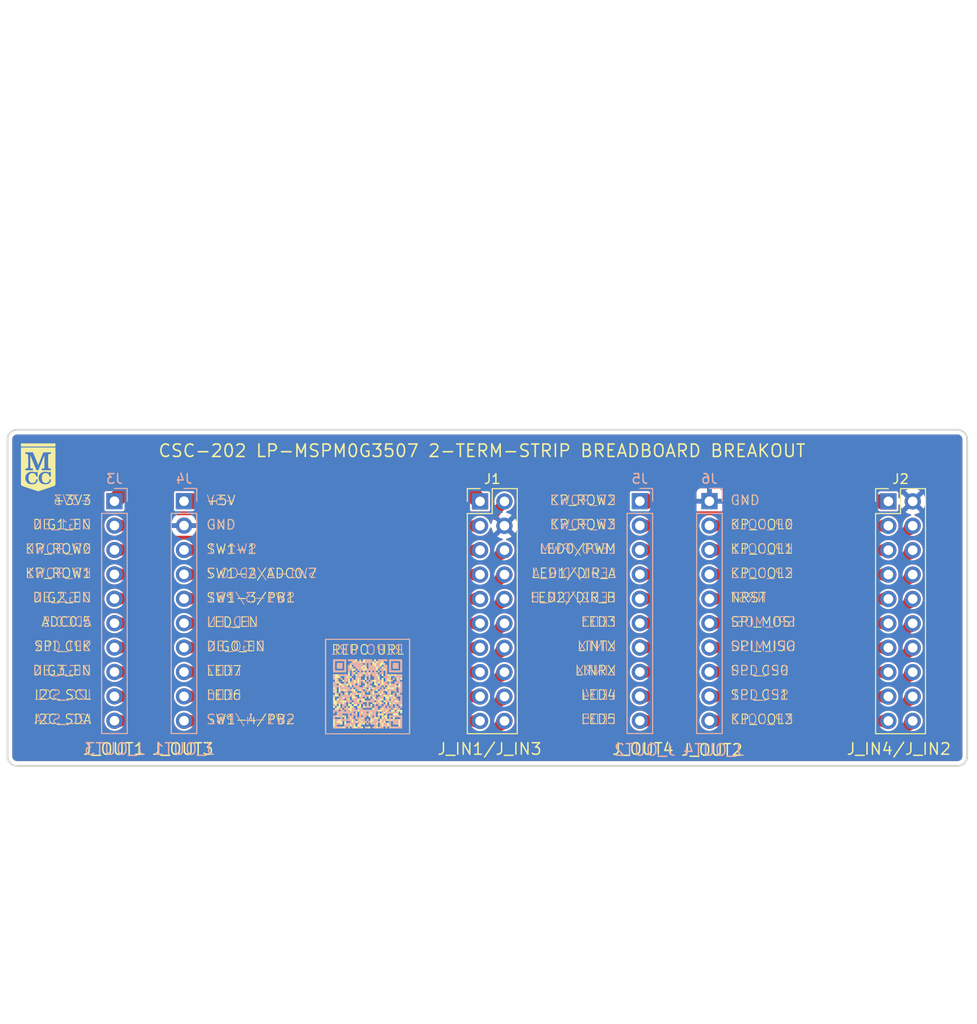
<source format=kicad_pcb>
(kicad_pcb (version 20241229) (generator "pcbnew") (generator_version "9.0")
  (layers (0 "F.Cu" signal) (2 "B.Cu" signal) (13 "F.Paste" user) (15 "B.Paste" user) (5 "F.SilkS" user "F.Silkscreen") (7 "B.SilkS" user "B.Silkscreen") (1 "F.Mask" user) (3 "B.Mask" user) (25 "Edge.Cuts" user))
  (net 0 "")
  (net 1 "/ADC0.5")
  (net 2 "/DIG1_EN")
  (net 3 "/I2C_SDA")
  (net 4 "/DIG2_EN")
  (net 5 "/DIG3_EN")
  (net 6 "/KP_ROW1")
  (net 7 "+3V3")
  (net 8 "/KP_ROW0")
  (net 9 "/I2C_SCL")
  (net 10 "/SPI_CLK")
  (net 11 "/KP_COL3")
  (net 12 "/SPI_CS1")
  (net 13 "/KP_COL1")
  (net 14 "/KP_COL0")
  (net 15 "GND")
  (net 16 "/SPI_MOSI")
  (net 17 "/KP_COL2")
  (net 18 "/SPI_MISO")
  (net 19 "/SPI_CS0")
  (net 20 "/NRST")
  (net 21 "/SW1-3{slash}PB1")
  (net 22 "/LED_EN")
  (net 23 "/LED7")
  (net 24 "+5V")
  (net 25 "/DIG0_EN")
  (net 26 "/SW1-4{slash}PB2")
  (net 27 "/SW1-2{slash}ADC0.7")
  (net 28 "/SW1-1")
  (net 29 "/LED6")
  (net 30 "/LED5")
  (net 31 "/KP_ROW3")
  (net 32 "/LED0{slash}PWM")
  (net 33 "/KP_ROW2")
  (net 34 "/LED2{slash}DIR_B")
  (net 35 "/LED4")
  (net 36 "/LINTX")
  (net 37 "/LED1{slash}DIR_A")
  (net 38 "/LED3")
  (net 39 "/LINRX")
  (footprint "01-Shared_Project_Footprints:Makers-Mark_Eli_Bell" (layer "F.Cu") (at 186.296827 82.36)
    (property "Reference" "LOGO2" (hide yes))
    (property "Value" "Logo" (hide yes))
    (fp_line (start -0.775 0) (end -0.775 0.2) (stroke (width 0.2)) (layer "F.Cu"))
    (fp_line (start 0.775 0.2) (end 0.775 0) (stroke (width 0.2)) (layer "F.Cu"))
    (fp_arc (start -0.775 0) (mid 0 -0.775) (end 0.775 0) (stroke (width 0.2)) (layer "F.Cu"))
    (fp_arc (start -0.775 0.2) (mid -0.833323 0.439333) (end -0.995216 0.625) (stroke (width 0.2)) (layer "F.Cu"))
    (fp_arc (start -0.103078 -0.875) (mid 0 -0.978078) (end 0.103078 -0.875) (stroke (width 0.2)) (layer "F.Cu"))
    (fp_arc (start 0.103078 0.996922) (mid 0 1.1) (end -0.103078 0.996922) (stroke (width 0.2)) (layer "F.Cu"))
    (fp_arc (start 0.995216 0.625) (mid 0.833323 0.439333) (end 0.775 0.2) (stroke (width 0.2)) (layer "F.Cu"))
    (fp_curve (pts (xy -0.995216 0.625) (xy -0.995216 0.875) (xy 0 0.9) (xy 0 0.9)) (stroke (width 0.2)) (layer "F.Cu"))
    (fp_curve (pts (xy 0.995216 0.625) (xy 0.995216 0.875) (xy 0 0.9) (xy 0 0.9)) (stroke (width 0.2)) (layer "F.Cu"))
    (fp_text user "e" (at -0.525 0.8 0) (layer "F.Cu") (effects (font (size 1.35 1.35) (thickness 0.1)) (justify left bottom)))
    (zone (net 0) (net_name "") (layer "F.Cu") (connect_pads (clearance 0)) (min_thickness 0.25)
      (keepout (tracks allowed) (vias allowed) (pads allowed) (copperpour not_allowed) (footprints allowed))
      (fill (thermal_gap 0.5) (thermal_bridge_width 0.5))
      (polygon (pts (xy 186.193749 83.704311) (xy 186.193787 83.727829) (xy 186.214196 83.770207) (xy 186.25097 83.799534) (xy 186.296827 83.81) (xy 186.342684 83.799534) (xy 186.379458 83.770207) (xy 186.399867 83.727829) (xy 186.399905 83.704311)))
    )
    (zone (net 0) (net_name "") (layer "F.Cu") (connect_pads (clearance 0)) (min_thickness 0.25)
      (keepout (tracks allowed) (vias allowed) (pads allowed) (copperpour not_allowed) (footprints allowed))
      (fill (thermal_gap 0.5) (thermal_bridge_width 0.5))
      (polygon (pts (xy 185.301611 83.332389) (xy 187.292043 83.332389) (xy 187.273134 83.389361) (xy 187.212978 83.442981) (xy 187.092271 83.497071) (xy 186.885782 83.548336) (xy 186.584968 83.588902) (xy 186.296827 83.607389) (xy 186.008686 83.588902) (xy 185.707872 83.548336) (xy 185.501383 83.497071) (xy 185.380676 83.442981) (xy 185.32052 83.389361)))
    )
  )
  (footprint "01-Shared_Project_Footprints:PinHeader_2x10_P2.54mm_Vertical_J2-J4" (layer "F.Cu") (at 180.926827 87.451)
    (property "Reference" "J2" (at 1.27 -2.33 0) (layer "F.SilkS"))
    (property "Value" "J_IN4/J_IN2")
    (pad "11" thru_hole oval (at 2.54 22.86) (size 1.7 1.7) (drill 1) (layers "*.Cu" "*.Mask") (net 11 "/KP_COL3"))
    (pad "12" thru_hole oval (at 2.54 20.32) (size 1.7 1.7) (drill 1) (layers "*.Cu" "*.Mask") (net 12 "/SPI_CS1"))
    (pad "13" thru_hole oval (at 2.54 17.78) (size 1.7 1.7) (drill 1) (layers "*.Cu" "*.Mask") (net 19 "/SPI_CS0"))
    (pad "14" thru_hole oval (at 2.54 15.24) (size 1.7 1.7) (drill 1) (layers "*.Cu" "*.Mask") (net 18 "/SPI_MISO"))
    (pad "15" thru_hole oval (at 2.54 12.7) (size 1.7 1.7) (drill 1) (layers "*.Cu" "*.Mask") (net 16 "/SPI_MOSI"))
    (pad "16" thru_hole oval (at 2.54 10.16) (size 1.7 1.7) (drill 1) (layers "*.Cu" "*.Mask") (net 20 "/NRST"))
    (pad "17" thru_hole oval (at 2.54 7.62) (size 1.7 1.7) (drill 1) (layers "*.Cu" "*.Mask") (net 17 "/KP_COL2"))
    (pad "18" thru_hole oval (at 2.54 5.08) (size 1.7 1.7) (drill 1) (layers "*.Cu" "*.Mask") (net 13 "/KP_COL1"))
    (pad "19" thru_hole oval (at 2.54 2.54) (size 1.7 1.7) (drill 1) (layers "*.Cu" "*.Mask") (net 14 "/KP_COL0"))
    (pad "20" thru_hole oval (at 2.54 0) (size 1.7 1.7) (drill 1) (layers "*.Cu" "*.Mask") (net 15 "GND"))
    (pad "31" thru_hole oval (at 0 22.86) (size 1.7 1.7) (drill 1) (layers "*.Cu" "*.Mask") (net 30 "/LED5"))
    (pad "32" thru_hole oval (at 0 20.32) (size 1.7 1.7) (drill 1) (layers "*.Cu" "*.Mask") (net 35 "/LED4"))
    (pad "33" thru_hole oval (at 0 17.78) (size 1.7 1.7) (drill 1) (layers "*.Cu" "*.Mask") (net 39 "/LINRX"))
    (pad "34" thru_hole oval (at 0 15.24) (size 1.7 1.7) (drill 1) (layers "*.Cu" "*.Mask") (net 36 "/LINTX"))
    (pad "35" thru_hole oval (at 0 12.7) (size 1.7 1.7) (drill 1) (layers "*.Cu" "*.Mask") (net 38 "/LED3"))
    (pad "36" thru_hole oval (at 0 10.16) (size 1.7 1.7) (drill 1) (layers "*.Cu" "*.Mask") (net 34 "/LED2{slash}DIR_B"))
    (pad "37" thru_hole oval (at 0 7.62) (size 1.7 1.7) (drill 1) (layers "*.Cu" "*.Mask") (net 37 "/LED1{slash}DIR_A"))
    (pad "38" thru_hole oval (at 0 5.08) (size 1.7 1.7) (drill 1) (layers "*.Cu" "*.Mask") (net 32 "/LED0{slash}PWM"))
    (pad "39" thru_hole oval (at 0 2.54) (size 1.7 1.7) (drill 1) (layers "*.Cu" "*.Mask") (net 31 "/KP_ROW3"))
    (pad "40" thru_hole rect (at 0 0) (size 1.7 1.7) (drill 1) (layers "*.Cu" "*.Mask") (net 33 "/KP_ROW2"))
  )
  (footprint "01-Shared_Project_Footprints:MCC-Logo" (layer "F.Cu") (at 92.34 83.91)
    (property "Reference" "LOGO1")
    (property "Value" "LOGO" (hide yes))
  )
  (footprint "01-Shared_Project_Footprints:Repo_URL_QR" (layer "F.Cu") (at 126.666827 107.49)
    (property "Reference" "G1")
    (property "Value" "LOGO" (hide yes))
  )
  (footprint "01-Shared_Project_Footprints:PinHeader_2x10_P2.54mm_Vertical_J1-J3" (layer "F.Cu") (at 138.382827 87.451)
    (property "Reference" "J1" (at 1.27 -2.33 0) (layer "F.SilkS"))
    (property "Value" "J_IN1/J_IN3")
    (pad "1" thru_hole rect (at 0 0) (size 1.7 1.7) (drill 1) (layers "*.Cu" "*.Mask") (net 7 "+3V3"))
    (pad "2" thru_hole oval (at 0 2.54) (size 1.7 1.7) (drill 1) (layers "*.Cu" "*.Mask") (net 2 "/DIG1_EN"))
    (pad "3" thru_hole oval (at 0 5.08) (size 1.7 1.7) (drill 1) (layers "*.Cu" "*.Mask") (net 8 "/KP_ROW0"))
    (pad "4" thru_hole oval (at 0 7.62) (size 1.7 1.7) (drill 1) (layers "*.Cu" "*.Mask") (net 6 "/KP_ROW1"))
    (pad "5" thru_hole oval (at 0 10.16) (size 1.7 1.7) (drill 1) (layers "*.Cu" "*.Mask") (net 4 "/DIG2_EN"))
    (pad "6" thru_hole oval (at 0 12.7) (size 1.7 1.7) (drill 1) (layers "*.Cu" "*.Mask") (net 1 "/ADC0.5"))
    (pad "7" thru_hole oval (at 0 15.24) (size 1.7 1.7) (drill 1) (layers "*.Cu" "*.Mask") (net 10 "/SPI_CLK"))
    (pad "8" thru_hole oval (at 0 17.78) (size 1.7 1.7) (drill 1) (layers "*.Cu" "*.Mask") (net 5 "/DIG3_EN"))
    (pad "9" thru_hole oval (at 0 20.32) (size 1.7 1.7) (drill 1) (layers "*.Cu" "*.Mask") (net 9 "/I2C_SCL"))
    (pad "10" thru_hole oval (at 0 22.86) (size 1.7 1.7) (drill 1) (layers "*.Cu" "*.Mask") (net 3 "/I2C_SDA"))
    (pad "21" thru_hole oval (at 2.54 0) (size 1.7 1.7) (drill 1) (layers "*.Cu" "*.Mask") (net 24 "+5V"))
    (pad "22" thru_hole oval (at 2.54 2.54) (size 1.7 1.7) (drill 1) (layers "*.Cu" "*.Mask") (net 15 "GND"))
    (pad "23" thru_hole oval (at 2.54 5.08) (size 1.7 1.7) (drill 1) (layers "*.Cu" "*.Mask") (net 28 "/SW1-1"))
    (pad "24" thru_hole oval (at 2.54 7.62) (size 1.7 1.7) (drill 1) (layers "*.Cu" "*.Mask") (net 27 "/SW1-2{slash}ADC0.7"))
    (pad "25" thru_hole oval (at 2.54 10.16) (size 1.7 1.7) (drill 1) (layers "*.Cu" "*.Mask") (net 21 "/SW1-3{slash}PB1"))
    (pad "26" thru_hole oval (at 2.54 12.7) (size 1.7 1.7) (drill 1) (layers "*.Cu" "*.Mask") (net 22 "/LED_EN"))
    (pad "27" thru_hole oval (at 2.54 15.24) (size 1.7 1.7) (drill 1) (layers "*.Cu" "*.Mask") (net 25 "/DIG0_EN"))
    (pad "28" thru_hole oval (at 2.54 17.78) (size 1.7 1.7) (drill 1) (layers "*.Cu" "*.Mask") (net 23 "/LED7"))
    (pad "29" thru_hole oval (at 2.54 20.32) (size 1.7 1.7) (drill 1) (layers "*.Cu" "*.Mask") (net 29 "/LED6"))
    (pad "30" thru_hole oval (at 2.54 22.86) (size 1.7 1.7) (drill 1) (layers "*.Cu" "*.Mask") (net 26 "/SW1-4{slash}PB2"))
  )
  (footprint "01-Shared_Project_Footprints:Repo_URL_QR" (layer "B.Cu") (at 126.666828 107.49 180)
    (property "Reference" "G2")
    (property "Value" "LOGO" (hide yes))
  )
  (footprint "Connector_PinHeader_2.54mm:PinHeader_1x10_P2.54mm_Vertical" (layer "B.Cu") (at 107.533296 87.431 180)
    (property "Reference" "J4" (at 0 2.33 0) (layer "B.SilkS") (effects (justify mirror)))
    (property "Value" "J_OUT3")
    (pad "1" thru_hole rect (at 0 0 180) (size 1.7 1.7) (drill 1) (layers "*.Cu" "*.Mask") (net 24 "+5V"))
    (pad "2" thru_hole oval (at 0 -2.54 180) (size 1.7 1.7) (drill 1) (layers "*.Cu" "*.Mask") (net 15 "GND"))
    (pad "3" thru_hole oval (at 0 -5.08 180) (size 1.7 1.7) (drill 1) (layers "*.Cu" "*.Mask") (net 28 "/SW1-1"))
    (pad "4" thru_hole oval (at 0 -7.62 180) (size 1.7 1.7) (drill 1) (layers "*.Cu" "*.Mask") (net 27 "/SW1-2{slash}ADC0.7"))
    (pad "5" thru_hole oval (at 0 -10.16 180) (size 1.7 1.7) (drill 1) (layers "*.Cu" "*.Mask") (net 21 "/SW1-3{slash}PB1"))
    (pad "6" thru_hole oval (at 0 -12.7 180) (size 1.7 1.7) (drill 1) (layers "*.Cu" "*.Mask") (net 22 "/LED_EN"))
    (pad "7" thru_hole oval (at 0 -15.24 180) (size 1.7 1.7) (drill 1) (layers "*.Cu" "*.Mask") (net 25 "/DIG0_EN"))
    (pad "8" thru_hole oval (at 0 -17.78 180) (size 1.7 1.7) (drill 1) (layers "*.Cu" "*.Mask") (net 23 "/LED7"))
    (pad "9" thru_hole oval (at 0 -20.32 180) (size 1.7 1.7) (drill 1) (layers "*.Cu" "*.Mask") (net 29 "/LED6"))
    (pad "10" thru_hole oval (at 0 -22.86 180) (size 1.7 1.7) (drill 1) (layers "*.Cu" "*.Mask") (net 26 "/SW1-4{slash}PB2"))
  )
  (footprint "Connector_PinHeader_2.54mm:PinHeader_1x10_P2.54mm_Vertical" (layer "B.Cu") (at 162.282296 87.431 180)
    (property "Reference" "J6" (at 0 2.33 0) (layer "B.SilkS") (effects (justify mirror)))
    (property "Value" "J_OUT2")
    (pad "1" thru_hole rect (at 0 0 180) (size 1.7 1.7) (drill 1) (layers "*.Cu" "*.Mask") (net 15 "GND"))
    (pad "2" thru_hole oval (at 0 -2.54 180) (size 1.7 1.7) (drill 1) (layers "*.Cu" "*.Mask") (net 14 "/KP_COL0"))
    (pad "3" thru_hole oval (at 0 -5.08 180) (size 1.7 1.7) (drill 1) (layers "*.Cu" "*.Mask") (net 13 "/KP_COL1"))
    (pad "4" thru_hole oval (at 0 -7.62 180) (size 1.7 1.7) (drill 1) (layers "*.Cu" "*.Mask") (net 17 "/KP_COL2"))
    (pad "5" thru_hole oval (at 0 -10.16 180) (size 1.7 1.7) (drill 1) (layers "*.Cu" "*.Mask") (net 20 "/NRST"))
    (pad "6" thru_hole oval (at 0 -12.7 180) (size 1.7 1.7) (drill 1) (layers "*.Cu" "*.Mask") (net 16 "/SPI_MOSI"))
    (pad "7" thru_hole oval (at 0 -15.24 180) (size 1.7 1.7) (drill 1) (layers "*.Cu" "*.Mask") (net 18 "/SPI_MISO"))
    (pad "8" thru_hole oval (at 0 -17.78 180) (size 1.7 1.7) (drill 1) (layers "*.Cu" "*.Mask") (net 19 "/SPI_CS0"))
    (pad "9" thru_hole oval (at 0 -20.32 180) (size 1.7 1.7) (drill 1) (layers "*.Cu" "*.Mask") (net 12 "/SPI_CS1"))
    (pad "10" thru_hole oval (at 0 -22.86 180) (size 1.7 1.7) (drill 1) (layers "*.Cu" "*.Mask") (net 11 "/KP_COL3"))
  )
  (footprint "Connector_PinHeader_2.54mm:PinHeader_1x10_P2.54mm_Vertical" (layer "B.Cu") (at 100.283296 87.431 180)
    (property "Reference" "J3" (at 0 2.33 0) (layer "B.SilkS") (effects (justify mirror)))
    (property "Value" "J_OUT1")
    (pad "1" thru_hole rect (at 0 0 180) (size 1.7 1.7) (drill 1) (layers "*.Cu" "*.Mask") (net 7 "+3V3"))
    (pad "2" thru_hole oval (at 0 -2.54 180) (size 1.7 1.7) (drill 1) (layers "*.Cu" "*.Mask") (net 2 "/DIG1_EN"))
    (pad "3" thru_hole oval (at 0 -5.08 180) (size 1.7 1.7) (drill 1) (layers "*.Cu" "*.Mask") (net 8 "/KP_ROW0"))
    (pad "4" thru_hole oval (at 0 -7.62 180) (size 1.7 1.7) (drill 1) (layers "*.Cu" "*.Mask") (net 6 "/KP_ROW1"))
    (pad "5" thru_hole oval (at 0 -10.16 180) (size 1.7 1.7) (drill 1) (layers "*.Cu" "*.Mask") (net 4 "/DIG2_EN"))
    (pad "6" thru_hole oval (at 0 -12.7 180) (size 1.7 1.7) (drill 1) (layers "*.Cu" "*.Mask") (net 1 "/ADC0.5"))
    (pad "7" thru_hole oval (at 0 -15.24 180) (size 1.7 1.7) (drill 1) (layers "*.Cu" "*.Mask") (net 10 "/SPI_CLK"))
    (pad "8" thru_hole oval (at 0 -17.78 180) (size 1.7 1.7) (drill 1) (layers "*.Cu" "*.Mask") (net 5 "/DIG3_EN"))
    (pad "9" thru_hole oval (at 0 -20.32 180) (size 1.7 1.7) (drill 1) (layers "*.Cu" "*.Mask") (net 9 "/I2C_SCL"))
    (pad "10" thru_hole oval (at 0 -22.86 180) (size 1.7 1.7) (drill 1) (layers "*.Cu" "*.Mask") (net 3 "/I2C_SDA"))
  )
  (footprint "Connector_PinHeader_2.54mm:PinHeader_1x10_P2.54mm_Vertical" (layer "B.Cu") (at 155.032296 87.431 180)
    (property "Reference" "J5" (at 0 2.33 0) (layer "B.SilkS") (effects (justify mirror)))
    (property "Value" "J_OUT4")
    (pad "1" thru_hole rect (at 0 0 180) (size 1.7 1.7) (drill 1) (layers "*.Cu" "*.Mask") (net 33 "/KP_ROW2"))
    (pad "2" thru_hole oval (at 0 -2.54 180) (size 1.7 1.7) (drill 1) (layers "*.Cu" "*.Mask") (net 31 "/KP_ROW3"))
    (pad "3" thru_hole oval (at 0 -5.08 180) (size 1.7 1.7) (drill 1) (layers "*.Cu" "*.Mask") (net 32 "/LED0{slash}PWM"))
    (pad "4" thru_hole oval (at 0 -7.62 180) (size 1.7 1.7) (drill 1) (layers "*.Cu" "*.Mask") (net 37 "/LED1{slash}DIR_A"))
    (pad "5" thru_hole oval (at 0 -10.16 180) (size 1.7 1.7) (drill 1) (layers "*.Cu" "*.Mask") (net 34 "/LED2{slash}DIR_B"))
    (pad "6" thru_hole oval (at 0 -12.7 180) (size 1.7 1.7) (drill 1) (layers "*.Cu" "*.Mask") (net 38 "/LED3"))
    (pad "7" thru_hole oval (at 0 -15.24 180) (size 1.7 1.7) (drill 1) (layers "*.Cu" "*.Mask") (net 36 "/LINTX"))
    (pad "8" thru_hole oval (at 0 -17.78 180) (size 1.7 1.7) (drill 1) (layers "*.Cu" "*.Mask") (net 39 "/LINRX"))
    (pad "9" thru_hole oval (at 0 -20.32 180) (size 1.7 1.7) (drill 1) (layers "*.Cu" "*.Mask") (net 35 "/LED4"))
    (pad "10" thru_hole oval (at 0 -22.86 180) (size 1.7 1.7) (drill 1) (layers "*.Cu" "*.Mask") (net 30 "/LED5"))
  )
  (gr_line (start 140.915754 87.489798) (end 139.855754 88.769798) (stroke (width 1)) (layer "F.Cu") (net 24))
  (gr_rect (start 122.291686 101.81) (end 131.041969 111.650283) (stroke (width 0.1)) (fill no) (layer "F.SilkS"))
  (gr_rect (start 122.291686 101.81) (end 131.041969 111.650283) (stroke (width 0.1)) (fill no) (layer "B.SilkS"))
  (gr_line (start 189.14 80.99) (end 189.14 113.99) (stroke (width 0.2)) (layer "Edge.Cuts"))
  (gr_line (start 89.14 113.99) (end 89.14 80.99) (stroke (width 0.2)) (layer "Edge.Cuts"))
  (gr_arc (start 89.14 80.99) (mid 89.432893 80.282893) (end 90.14 79.99) (stroke (width 0.2)) (layer "Edge.Cuts"))
  (gr_arc (start 90.14 114.99) (mid 89.432893 114.697107) (end 89.14 113.99) (stroke (width 0.2)) (layer "Edge.Cuts"))
  (gr_arc (start 189.14 113.99) (mid 188.847107 114.697107) (end 188.14 114.99) (stroke (width 0.2)) (layer "Edge.Cuts"))
  (gr_line (start 90.14 79.99) (end 188.14 79.99) (stroke (width 0.2)) (layer "Edge.Cuts"))
  (gr_arc (start 188.14 79.99) (mid 188.847107 80.282893) (end 189.14 80.99) (stroke (width 0.2)) (layer "Edge.Cuts"))
  (gr_line (start 188.14 114.99) (end 90.14 114.99) (stroke (width 0.2)) (layer "Edge.Cuts"))
  (gr_text "GND" (at 164.397865 87.907644 0) (layer "F.SilkS") (effects (font (size 1 1) (thickness 0.1)) (justify left bottom)))
  (gr_text "SW1-4/PB2" (at 109.793396 110.742244 0) (layer "F.SilkS") (effects (font (size 1 1) (thickness 0.1)) (justify left bottom)))
  (gr_text "GND" (at 109.793396 90.4674 0) (layer "F.SilkS") (effects (font (size 1 1) (thickness 0.1)) (justify left bottom)))
  (gr_text "I2C_SDA" (at 97.956996 110.716844 0) (layer "F.SilkS") (effects (font (size 1 1) (thickness 0.1)) (justify right bottom)))
  (gr_text "LED_EN" (at 109.793396 100.604822 0) (layer "F.SilkS") (effects (font (size 1 1) (thickness 0.1)) (justify left bottom)))
  (gr_text "LED6" (at 109.793396 108.207888 0) (layer "F.SilkS") (effects (font (size 1 1) (thickness 0.1)) (justify left bottom)))
  (gr_text "LED1/DIR_A" (at 152.612265 95.510711 0) (layer "F.SilkS") (effects (font (size 1 1) (thickness 0.1)) (justify right bottom)))
  (gr_text "J_OUT1" (at 100.217596 113.23 0) (layer "F.SilkS") (effects (font (size 1.2 1.2))))
  (gr_text "SPI_MISO" (at 164.397865 103.113777 0) (layer "F.SilkS") (effects (font (size 1 1) (thickness 0.1)) (justify left bottom)))
  (gr_text "KP_COL2" (at 164.397865 95.510711 0) (layer "F.SilkS") (effects (font (size 1 1) (thickness 0.1)) (justify left bottom)))
  (gr_text "J_IN1/J_IN3" (at 139.370227 113.23 0) (layer "F.SilkS") (effects (font (size 1.2 1.2))))
  (gr_text "REPO URL" (at 122.831113 103.49 0) (layer "F.SilkS") (effects (font (size 1 1) (thickness 0.1)) (justify left bottom)))
  (gr_text "SPI_CS0" (at 164.397865 105.648133 0) (layer "F.SilkS") (effects (font (size 1 1) (thickness 0.1)) (justify left bottom)))
  (gr_text "CSC-202 LP-MSPM0G3507 2-TERM-STRIP BREADBOARD BREAKOUT" (at 138.586827 82.939798 0) (layer "F.SilkS") (effects (font (size 1.3 1.3) (thickness 0.1625)) (justify bottom)))
  (gr_text "KP_ROW1" (at 97.956996 95.510711 0) (layer "F.SilkS") (effects (font (size 1 1) (thickness 0.1)) (justify right bottom)))
  (gr_text "DIG2_EN" (at 97.956996 98.045066 0) (layer "F.SilkS") (effects (font (size 1 1) (thickness 0.1)) (justify right bottom)))
  (gr_text "LED0/PWM" (at 152.612265 92.976355 0) (layer "F.SilkS") (effects (font (size 1 1) (thickness 0.1)) (justify right bottom)))
  (gr_text "SPI_CLK" (at 97.956996 103.113777 0) (layer "F.SilkS") (effects (font (size 1 1) (thickness 0.1)) (justify right bottom)))
  (gr_text "LED2/DIR_B" (at 152.612265 98.045066 0) (layer "F.SilkS") (effects (font (size 1 1) (thickness 0.1)) (justify right bottom)))
  (gr_text "SW1-3/PB1" (at 109.793396 98.070466 0) (layer "F.SilkS") (effects (font (size 1 1) (thickness 0.1)) (justify left bottom)))
  (gr_text "DIG3_EN" (at 97.956996 105.648133 0) (layer "F.SilkS") (effects (font (size 1 1) (thickness 0.1)) (justify right bottom)))
  (gr_text "J_OUT2" (at 162.541827 113.3274 0) (layer "F.SilkS") (effects (font (size 1.2 1.2))))
  (gr_text "DIG1_EN" (at 97.956996 90.442 0) (layer "F.SilkS") (effects (font (size 1 1) (thickness 0.1)) (justify right bottom)))
  (gr_text "I2C_SCL" (at 97.956996 108.182488 0) (layer "F.SilkS") (effects (font (size 1 1) (thickness 0.1)) (justify right bottom)))
  (gr_text "+5V" (at 109.793396 87.933044 0) (layer "F.SilkS") (effects (font (size 1 1) (thickness 0.1)) (justify left bottom)))
  (gr_text "LED7" (at 109.793396 105.673533 0) (layer "F.SilkS") (effects (font (size 1 1) (thickness 0.1)) (justify left bottom)))
  (gr_text "KP_COL0" (at 164.397865 90.442 0) (layer "F.SilkS") (effects (font (size 1 1) (thickness 0.1)) (justify left bottom)))
  (gr_text "NRST" (at 164.397865 98.045066 0) (layer "F.SilkS") (effects (font (size 1 1) (thickness 0.1)) (justify left bottom)))
  (gr_text "LED3" (at 152.612265 100.579422 0) (layer "F.SilkS") (effects (font (size 1 1) (thickness 0.1)) (justify right bottom)))
  (gr_text "KP_ROW2" (at 152.612265 87.907644 0) (layer "F.SilkS") (effects (font (size 1 1) (thickness 0.1)) (justify right bottom)))
  (gr_text "LINRX" (at 152.612265 105.648133 0) (layer "F.SilkS") (effects (font (size 1 1) (thickness 0.1)) (justify right bottom)))
  (gr_text "J_IN4/J_IN2" (at 182.016827 113.23 0) (layer "F.SilkS") (effects (font (size 1.2 1.2))))
  (gr_text "KP_COL1" (at 164.397865 92.976355 0) (layer "F.SilkS") (effects (font (size 1 1) (thickness 0.1)) (justify left bottom)))
  (gr_text "LINTX" (at 152.612265 103.113777 0) (layer "F.SilkS") (effects (font (size 1 1) (thickness 0.1)) (justify right bottom)))
  (gr_text "SW1-2/ADC0.7" (at 109.793396 95.536111 0) (layer "F.SilkS") (effects (font (size 1 1) (thickness 0.1)) (justify left bottom)))
  (gr_text "KP_ROW3" (at 152.612265 90.442 0) (layer "F.SilkS") (effects (font (size 1 1) (thickness 0.1)) (justify right bottom)))
  (gr_text "SPI_MOSI" (at 164.397865 100.579422 0) (layer "F.SilkS") (effects (font (size 1 1) (thickness 0.1)) (justify left bottom)))
  (gr_text "DIG0_EN" (at 109.793396 103.139177 0) (layer "F.SilkS") (effects (font (size 1 1) (thickness 0.1)) (justify left bottom)))
  (gr_text "SPI_CS1" (at 164.397865 108.182488 0) (layer "F.SilkS") (effects (font (size 1 1) (thickness 0.1)) (justify left bottom)))
  (gr_text "KP_ROW0" (at 97.956996 92.976355 0) (layer "F.SilkS") (effects (font (size 1 1) (thickness 0.1)) (justify right bottom)))
  (gr_text "KP_COL3" (at 164.397865 110.716844 0) (layer "F.SilkS") (effects (font (size 1 1) (thickness 0.1)) (justify left bottom)))
  (gr_text "LED5" (at 152.612265 110.716844 0) (layer "F.SilkS") (effects (font (size 1 1) (thickness 0.1)) (justify right bottom)))
  (gr_text "SW1-1" (at 109.793396 93.001755 0) (layer "F.SilkS") (effects (font (size 1 1) (thickness 0.1)) (justify left bottom)))
  (gr_text "LED4" (at 152.612265 108.182488 0) (layer "F.SilkS") (effects (font (size 1 1) (thickness 0.1)) (justify right bottom)))
  (gr_text "J_OUT4" (at 155.353627 113.23 0) (layer "F.SilkS") (effects (font (size 1.2 1.2))))
  (gr_text "+3V3" (at 97.956996 87.907644 0) (layer "F.SilkS") (effects (font (size 1 1) (thickness 0.1)) (justify right bottom)))
  (gr_text "J_OUT3" (at 107.405796 113.23 0) (layer "F.SilkS") (effects (font (size 1.2 1.2))))
  (gr_text "ADC0.5" (at 97.956996 100.579422 0) (layer "F.SilkS") (effects (font (size 1 1) (thickness 0.1)) (justify right bottom)))
  (gr_text "LINRX" (at 152.663065 105.653778 0) (layer "B.SilkS") (effects (font (size 1 1) (thickness 0.1)) (justify left bottom mirror)))
  (gr_text "GND" (at 164.423265 87.913289 0) (layer "B.SilkS") (effects (font (size 1 1) (thickness 0.1)) (justify right bottom mirror)))
  (gr_text "KP_ROW2" (at 152.663065 87.913289 0) (layer "B.SilkS") (effects (font (size 1 1) (thickness 0.1)) (justify left bottom mirror)))
  (gr_text "LED6" (at 109.818796 108.188133 0) (layer "B.SilkS") (effects (font (size 1 1) (thickness 0.1)) (justify right bottom mirror)))
  (gr_text "LED5" (at 152.663065 110.722489 0) (layer "B.SilkS") (effects (font (size 1 1) (thickness 0.1)) (justify left bottom mirror)))
  (gr_text "LED_EN" (at 109.818796 100.585067 0) (layer "B.SilkS") (effects (font (size 1 1) (thickness 0.1)) (justify right bottom mirror)))
  (gr_text "DIG2_EN" (at 97.982396 98.050711 0) (layer "B.SilkS") (effects (font (size 1 1) (thickness 0.1)) (justify left bottom mirror)))
  (gr_text "SPI_MISO" (at 164.423265 103.119422 0) (layer "B.SilkS") (effects (font (size 1 1) (thickness 0.1)) (justify right bottom mirror)))
  (gr_text "J_OUT1" (at 107.533296 113.23 0) (layer "B.SilkS") (effects (font (size 1.2 1.2)) (justify mirror)))
  (gr_text "KP_COL2" (at 164.423265 95.516356 0) (layer "B.SilkS") (effects (font (size 1 1) (thickness 0.1)) (justify right bottom mirror)))
  (gr_text "NRST" (at 164.423265 98.050711 0) (layer "B.SilkS") (effects (font (size 1 1) (thickness 0.1)) (justify right bottom mirror)))
  (gr_text "I2C_SDA" (at 97.982396 110.722489 0) (layer "B.SilkS") (effects (font (size 1 1) (thickness 0.1)) (justify left bottom mirror)))
  (gr_text "ADC0.5" (at 97.982396 100.585067 0) (layer "B.SilkS") (effects (font (size 1 1) (thickness 0.1)) (justify left bottom mirror)))
  (gr_text "SW1-2/ADC0.7" (at 109.818796 95.516356 0) (layer "B.SilkS") (effects (font (size 1 1) (thickness 0.1)) (justify right bottom mirror)))
  (gr_text "SPI_MOSI" (at 164.423265 100.585067 0) (layer "B.SilkS") (effects (font (size 1 1) (thickness 0.1)) (justify right bottom mirror)))
  (gr_text "SW1-4/PB2" (at 109.818796 110.722489 0) (layer "B.SilkS") (effects (font (size 1 1) (thickness 0.1)) (justify right bottom mirror)))
  (gr_text "KP_COL3" (at 164.423265 110.722489 0) (layer "B.SilkS") (effects (font (size 1 1) (thickness 0.1)) (justify right bottom mirror)))
  (gr_text "KP_ROW0" (at 97.982396 92.982 0) (layer "B.SilkS") (effects (font (size 1 1) (thickness 0.1)) (justify left bottom mirror)))
  (gr_text "LINTX" (at 152.663065 103.119422 0) (layer "B.SilkS") (effects (font (size 1 1) (thickness 0.1)) (justify left bottom mirror)))
  (gr_text "SPI_CS1" (at 164.423265 108.188133 0) (layer "B.SilkS") (effects (font (size 1 1) (thickness 0.1)) (justify right bottom mirror)))
  (gr_text "SW1-3/PB1" (at 109.818796 98.050711 0) (layer "B.SilkS") (effects (font (size 1 1) (thickness 0.1)) (justify right bottom mirror)))
  (gr_text "SW1-1" (at 109.818796 92.982 0) (layer "B.SilkS") (effects (font (size 1 1) (thickness 0.1)) (justify right bottom mirror)))
  (gr_text "J_OUT3" (at 100.345096 113.23 0) (layer "B.SilkS") (effects (font (size 1.2 1.2)) (justify mirror)))
  (gr_text "+5V" (at 109.818796 87.913289 0) (layer "B.SilkS") (effects (font (size 1 1) (thickness 0.1)) (justify right bottom mirror)))
  (gr_text "I2C_SCL" (at 97.982396 108.188133 0) (layer "B.SilkS") (effects (font (size 1 1) (thickness 0.1)) (justify left bottom mirror)))
  (gr_text "J_OUT2" (at 155.556827 113.3274 0) (layer "B.SilkS") (effects (font (size 1.2 1.2)) (justify mirror)))
  (gr_text "GND" (at 109.818796 90.447645 0) (layer "B.SilkS") (effects (font (size 1 1) (thickness 0.1)) (justify right bottom mirror)))
  (gr_text "LED0/PWM" (at 152.663065 92.982 0) (layer "B.SilkS") (effects (font (size 1 1) (thickness 0.1)) (justify left bottom mirror)))
  (gr_text "DIG1_EN" (at 97.982396 90.447645 0) (layer "B.SilkS") (effects (font (size 1 1) (thickness 0.1)) (justify left bottom mirror)))
  (gr_text "LED1/DIR_A" (at 152.663065 95.516356 0) (layer "B.SilkS") (effects (font (size 1 1) (thickness 0.1)) (justify left bottom mirror)))
  (gr_text "LED3" (at 152.663065 100.585067 0) (layer "B.SilkS") (effects (font (size 1 1) (thickness 0.1)) (justify left bottom mirror)))
  (gr_text "+3V3" (at 97.982396 87.913289 0) (layer "B.SilkS") (effects (font (size 1 1) (thickness 0.1)) (justify left bottom mirror)))
  (gr_text "KP_ROW3" (at 152.663065 90.447645 0) (layer "B.SilkS") (effects (font (size 1 1) (thickness 0.1)) (justify left bottom mirror)))
  (gr_text "SPI_CLK" (at 97.982396 103.119422 0) (layer "B.SilkS") (effects (font (size 1 1) (thickness 0.1)) (justify left bottom mirror)))
  (gr_text "REPO URL" (at 130.502542 103.49 0) (layer "B.SilkS") (effects (font (size 1 1) (thickness 0.1)) (justify left bottom mirror)))
  (gr_text "LED7" (at 109.818796 105.653778 0) (layer "B.SilkS") (effects (font (size 1 1) (thickness 0.1)) (justify right bottom mirror)))
  (gr_text "KP_COL0" (at 164.423265 90.447645 0) (layer "B.SilkS") (effects (font (size 1 1) (thickness 0.1)) (justify right bottom mirror)))
  (gr_text "SPI_CS0" (at 164.423265 105.653778 0) (layer "B.SilkS") (effects (font (size 1 1) (thickness 0.1)) (justify right bottom mirror)))
  (gr_text "LED2/DIR_B" (at 152.663065 98.050711 0) (layer "B.SilkS") (effects (font (size 1 1) (thickness 0.1)) (justify left bottom mirror)))
  (gr_text "KP_ROW1" (at 97.982396 95.516356 0) (layer "B.SilkS") (effects (font (size 1 1) (thickness 0.1)) (justify left bottom mirror)))
  (gr_text "LED4" (at 152.663065 108.188133 0) (layer "B.SilkS") (effects (font (size 1 1) (thickness 0.1)) (justify left bottom mirror)))
  (gr_text "J_OUT4" (at 162.745027 113.3274 0) (layer "B.SilkS") (effects (font (size 1.2 1.2)) (justify mirror)))
  (gr_text "KP_COL1" (at 164.423265 92.982 0) (layer "B.SilkS") (effects (font (size 1 1) (thickness 0.1)) (justify right bottom mirror)))
  (gr_text "DIG3_EN" (at 97.982396 105.653778 0) (layer "B.SilkS") (effects (font (size 1 1) (thickness 0.1)) (justify left bottom mirror)))
  (gr_text "DIG0_EN" (at 109.818796 103.119422 0) (layer "B.SilkS") (effects (font (size 1 1) (thickness 0.1)) (justify right bottom mirror)))
  (segment (start 134.325754 98.849798) (end 135.645754 100.169798) (width 0.4) (layer "F.Cu") (net 1))
  (segment (start 103.828212 98.849596) (end 103.828414 98.849798) (width 0.4) (layer "F.Cu") (net 1))
  (segment (start 103.828414 98.849798) (end 134.325754 98.849798) (width 0.4) (layer "F.Cu") (net 1))
  (segment (start 100.275754 100.119798) (end 102.55801 100.119798) (width 0.4) (layer "F.Cu") (net 1))
  (segment (start 135.645754 100.169798) (end 138.346954 100.169798) (width 0.4) (layer "F.Cu") (net 1))
  (segment (start 102.55801 100.119798) (end 103.828212 98.849596) (width 0.4) (layer "F.Cu") (net 1))
  (segment (start 107.005552 88.689596) (end 107.005754 88.689798) (width 0.4) (layer "F.Cu") (net 2))
  (segment (start 100.275754 89.959798) (end 102.55801 89.959798) (width 0.4) (layer "F.Cu") (net 2))
  (segment (start 102.55801 89.959798) (end 103.828212 88.689596) (width 0.4) (layer "F.Cu") (net 2))
  (segment (start 134.325754 88.689798) (end 135.645754 90.009798) (width 0.4) (layer "F.Cu") (net 2))
  (segment (start 107.005754 88.689798) (end 134.325754 88.689798) (width 0.4) (layer "F.Cu") (net 2))
  (segment (start 135.645754 90.009798) (end 138.346954 90.009798) (width 0.4) (layer "F.Cu") (net 2))
  (segment (start 103.828212 88.689596) (end 107.005552 88.689596) (width 0.4) (layer "F.Cu") (net 2))
  (segment (start 103.828414 109.029798) (end 134.325754 109.029798) (width 0.4) (layer "F.Cu") (net 3))
  (segment (start 103.828212 109.029596) (end 103.828414 109.029798) (width 0.4) (layer "F.Cu") (net 3))
  (segment (start 100.275754 110.299798) (end 102.55801 110.299798) (width 0.4) (layer "F.Cu") (net 3))
  (segment (start 102.55801 110.299798) (end 103.828212 109.029596) (width 0.4) (layer "F.Cu") (net 3))
  (segment (start 135.645754 110.349798) (end 138.346954 110.349798) (width 0.4) (layer "F.Cu") (net 3))
  (segment (start 134.325754 109.029798) (end 135.645754 110.349798) (width 0.4) (layer "F.Cu") (net 3))
  (segment (start 103.828414 96.309798) (end 134.325754 96.309798) (width 0.4) (layer "F.Cu") (net 4))
  (segment (start 103.828212 96.309596) (end 103.828414 96.309798) (width 0.4) (layer "F.Cu") (net 4))
  (segment (start 134.325754 96.309798) (end 135.645754 97.629798) (width 0.4) (layer "F.Cu") (net 4))
  (segment (start 135.645754 97.629798) (end 138.346954 97.629798) (width 0.4) (layer "F.Cu") (net 4))
  (segment (start 102.55801 97.579798) (end 103.828212 96.309596) (width 0.4) (layer "F.Cu") (net 4))
  (segment (start 100.275754 97.579798) (end 102.55801 97.579798) (width 0.4) (layer "F.Cu") (net 4))
  (segment (start 135.645754 105.249798) (end 138.346954 105.249798) (width 0.4) (layer "F.Cu") (net 5))
  (segment (start 134.325754 103.929798) (end 135.645754 105.249798) (width 0.4) (layer "F.Cu") (net 5))
  (segment (start 102.55801 105.199798) (end 103.828212 103.929596) (width 0.4) (layer "F.Cu") (net 5))
  (segment (start 103.828414 103.929798) (end 134.325754 103.929798) (width 0.4) (layer "F.Cu") (net 5))
  (segment (start 103.828212 103.929596) (end 103.828414 103.929798) (width 0.4) (layer "F.Cu") (net 5))
  (segment (start 100.275754 105.199798) (end 102.55801 105.199798) (width 0.4) (layer "F.Cu") (net 5))
  (segment (start 103.828212 93.769596) (end 103.828414 93.769798) (width 0.4) (layer "F.Cu") (net 6))
  (segment (start 134.325754 93.769798) (end 135.645754 95.089798) (width 0.4) (layer "F.Cu") (net 6))
  (segment (start 102.55801 95.039798) (end 103.828212 93.769596) (width 0.4) (layer "F.Cu") (net 6))
  (segment (start 103.828414 93.769798) (end 134.325754 93.769798) (width 0.4) (layer "F.Cu") (net 6))
  (segment (start 135.645754 95.089798) (end 138.346954 95.089798) (width 0.4) (layer "F.Cu") (net 6))
  (segment (start 100.275754 95.039798) (end 102.55801 95.039798) (width 0.4) (layer "F.Cu") (net 6))
  (segment (start 103.273498 84.429798) (end 100.283296 87.42) (width 1.5) (layer "F.Cu") (net 7))
  (segment (start 138.239796 87.464556) (end 135.205038 84.429798) (width 1.5) (layer "F.Cu") (net 7))
  (segment (start 135.205038 84.429798) (end 103.273498 84.429798) (width 1.5) (layer "F.Cu") (net 7))
  (segment (start 103.828414 91.229798) (end 134.325754 91.229798) (width 0.4) (layer "F.Cu") (net 8))
  (segment (start 102.55801 92.499798) (end 103.828212 91.229596) (width 0.4) (layer "F.Cu") (net 8))
  (segment (start 103.828212 91.229596) (end 103.828414 91.229798) (width 0.4) (layer "F.Cu") (net 8))
  (segment (start 100.275754 92.499798) (end 102.55801 92.499798) (width 0.4) (layer "F.Cu") (net 8))
  (segment (start 135.645754 92.549798) (end 138.346954 92.549798) (width 0.4) (layer "F.Cu") (net 8))
  (segment (start 134.325754 91.229798) (end 135.645754 92.549798) (width 0.4) (layer "F.Cu") (net 8))
  (segment (start 103.828414 106.479798) (end 134.325754 106.479798) (width 0.4) (layer "F.Cu") (net 9))
  (segment (start 102.55801 107.749798) (end 103.828212 106.479596) (width 0.4) (layer "F.Cu") (net 9))
  (segment (start 103.828212 106.479596) (end 103.828414 106.479798) (width 0.4) (layer "F.Cu") (net 9))
  (segment (start 100.275754 107.749798) (end 102.55801 107.749798) (width 0.4) (layer "F.Cu") (net 9))
  (segment (start 134.325754 106.479798) (end 135.645754 107.799798) (width 0.4) (layer "F.Cu") (net 9))
  (segment (start 135.645754 107.799798) (end 138.346954 107.799798) (width 0.4) (layer "F.Cu") (net 9))
  (segment (start 135.645754 102.709798) (end 138.346954 102.709798) (width 0.4) (layer "F.Cu") (net 10))
  (segment (start 100.275754 102.659798) (end 102.55801 102.659798) (width 0.4) (layer "F.Cu") (net 10))
  (segment (start 103.828212 101.389596) (end 103.828414 101.389798) (width 0.4) (layer "F.Cu") (net 10))
  (segment (start 103.828414 101.389798) (end 134.325754 101.389798) (width 0.4) (layer "F.Cu") (net 10))
  (segment (start 134.325754 101.389798) (end 135.645754 102.709798) (width 0.4) (layer "F.Cu") (net 10))
  (segment (start 102.55801 102.659798) (end 103.828212 101.389596) (width 0.4) (layer "F.Cu") (net 10))
  (segment (start 176.834279 110.3) (end 178.144279 111.61) (width 0.4) (layer "F.Cu") (net 11))
  (segment (start 178.144279 111.61) (end 182.155721 111.61) (width 0.4) (layer "F.Cu") (net 11))
  (segment (start 162.281296 110.3) (end 176.834279 110.3) (width 0.4) (layer "F.Cu") (net 11))
  (segment (start 182.155721 111.61) (end 183.419973 110.345748) (width 0.4) (layer "F.Cu") (net 11))
  (segment (start 182.155721 109.06) (end 183.419973 107.795748) (width 0.4) (layer "F.Cu") (net 12))
  (segment (start 178.144279 109.06) (end 182.155721 109.06) (width 0.4) (layer "F.Cu") (net 12))
  (segment (start 162.281296 107.75) (end 176.834279 107.75) (width 0.4) (layer "F.Cu") (net 12))
  (segment (start 176.834279 107.75) (end 178.144279 109.06) (width 0.4) (layer "F.Cu") (net 12))
  (segment (start 182.155721 93.81) (end 183.419973 92.545748) (width 0.4) (layer "F.Cu") (net 13))
  (segment (start 176.834279 92.5) (end 178.144279 93.81) (width 0.4) (layer "F.Cu") (net 13))
  (segment (start 178.144279 93.81) (end 182.155721 93.81) (width 0.4) (layer "F.Cu") (net 13))
  (segment (start 162.281296 92.5) (end 176.834279 92.5) (width 0.4) (layer "F.Cu") (net 13))
  (segment (start 162.281296 89.96) (end 176.834279 89.96) (width 0.4) (layer "F.Cu") (net 14))
  (segment (start 182.155721 91.27) (end 183.419973 90.005748) (width 0.4) (layer "F.Cu") (net 14))
  (segment (start 178.144279 91.27) (end 182.155721 91.27) (width 0.4) (layer "F.Cu") (net 14))
  (segment (start 176.834279 89.96) (end 178.144279 91.27) (width 0.4) (layer "F.Cu") (net 14))
  (segment (start 176.834279 100.12) (end 178.144279 101.43) (width 0.4) (layer "F.Cu") (net 16))
  (segment (start 182.155721 101.43) (end 183.419973 100.165748) (width 0.4) (layer "F.Cu") (net 16))
  (segment (start 162.281296 100.12) (end 176.834279 100.12) (width 0.4) (layer "F.Cu") (net 16))
  (segment (start 178.144279 101.43) (end 182.155721 101.43) (width 0.4) (layer "F.Cu") (net 16))
  (segment (start 182.155721 96.35) (end 183.419973 95.085748) (width 0.4) (layer "F.Cu") (net 17))
  (segment (start 176.834279 95.04) (end 178.144279 96.35) (width 0.4) (layer "F.Cu") (net 17))
  (segment (start 178.144279 96.35) (end 182.155721 96.35) (width 0.4) (layer "F.Cu") (net 17))
  (segment (start 162.281296 95.04) (end 176.834279 95.04) (width 0.4) (layer "F.Cu") (net 17))
  (segment (start 176.834279 102.66) (end 178.144279 103.97) (width 0.4) (layer "F.Cu") (net 18))
  (segment (start 182.155721 103.97) (end 183.419973 102.705748) (width 0.4) (layer "F.Cu") (net 18))
  (segment (start 178.144279 103.97) (end 182.155721 103.97) (width 0.4) (layer "F.Cu") (net 18))
  (segment (start 162.281296 102.66) (end 176.834279 102.66) (width 0.4) (layer "F.Cu") (net 18))
  (segment (start 176.834481 105.200202) (end 173.084906 105.200202) (width 0.4) (layer "F.Cu") (net 19))
  (segment (start 173.084906 105.200202) (end 173.084704 105.2) (width 0.4) (layer "F.Cu") (net 19))
  (segment (start 183.419973 105.245748) (end 182.155721 106.51) (width 0.4) (layer "F.Cu") (net 19))
  (segment (start 173.084704 105.2) (end 162.281296 105.2) (width 0.4) (layer "F.Cu") (net 19))
  (segment (start 182.155721 106.51) (end 178.144279 106.51) (width 0.4) (layer "F.Cu") (net 19))
  (segment (start 178.144279 106.51) (end 176.834481 105.200202) (width 0.4) (layer "F.Cu") (net 19))
  (segment (start 176.937139 97.682861) (end 176.834481 97.580202) (width 0.4) (layer "F.Cu") (net 20))
  (segment (start 162.281296 97.58) (end 176.834278 97.58) (width 0.4) (layer "F.Cu") (net 20))
  (segment (start 182.155721 98.89) (end 178.144279 98.89) (width 0.4) (layer "F.Cu") (net 20))
  (segment (start 176.834278 97.58) (end 176.937139 97.682861) (width 0.4) (layer "F.Cu") (net 20))
  (segment (start 183.419973 97.625748) (end 182.155721 98.89) (width 0.4) (layer "F.Cu") (net 20))
  (segment (start 178.144279 98.89) (end 176.937139 97.682861) (width 0.4) (layer "F.Cu") (net 20))
  (segment (start 139.627944 98.889798) (end 140.892196 97.625546) (width 0.4) (layer "F.Cu") (net 21))
  (segment (start 134.306704 97.58) (end 135.616502 98.889798) (width 0.4) (layer "F.Cu") (net 21))
  (segment (start 135.616502 98.889798) (end 139.627944 98.889798) (width 0.4) (layer "F.Cu") (net 21))
  (segment (start 107.533296 97.58) (end 134.306704 97.58) (width 0.4) (layer "F.Cu") (net 21))
  (segment (start 139.627944 101.429798) (end 140.892196 100.165546) (width 0.4) (layer "F.Cu") (net 22))
  (segment (start 107.533296 100.12) (end 134.306704 100.12) (width 0.4) (layer "F.Cu") (net 22))
  (segment (start 135.616502 101.429798) (end 139.627944 101.429798) (width 0.4) (layer "F.Cu") (net 22))
  (segment (start 134.306704 100.12) (end 135.616502 101.429798) (width 0.4) (layer "F.Cu") (net 22))
  (segment (start 107.533296 105.2) (end 134.306704 105.2) (width 0.4) (layer "F.Cu") (net 23))
  (segment (start 139.627944 106.509798) (end 140.892196 105.245546) (width 0.4) (layer "F.Cu") (net 23))
  (segment (start 135.616502 106.509798) (end 139.627944 106.509798) (width 0.4) (layer "F.Cu") (net 23))
  (segment (start 134.306704 105.2) (end 135.616502 106.509798) (width 0.4) (layer "F.Cu") (net 23))
  (segment (start 136.461796 88.759956) (end 135.12184 87.42) (width 1.3) (layer "F.Cu") (net 24))
  (segment (start 136.471638 88.769798) (end 136.461796 88.759956) (width 0.2) (layer "F.Cu") (net 24))
  (segment (start 136.461796 88.759956) (end 136.481954 88.739798) (width 0.4) (layer "F.Cu") (net 24))
  (segment (start 139.825956 88.74) (end 136.501436 88.74) (width 0.4) (layer "F.Cu") (net 24))
  (segment (start 136.501436 88.74) (end 136.471638 88.769798) (width 0.4) (layer "F.Cu") (net 24))
  (segment (start 135.12184 87.42) (end 107.533296 87.42) (width 1.3) (layer "F.Cu") (net 24))
  (segment (start 139.627944 103.969798) (end 140.892196 102.705546) (width 0.4) (layer "F.Cu") (net 25))
  (segment (start 107.533296 102.66) (end 134.306704 102.66) (width 0.4) (layer "F.Cu") (net 25))
  (segment (start 135.616502 103.969798) (end 139.627944 103.969798) (width 0.4) (layer "F.Cu") (net 25))
  (segment (start 134.306704 102.66) (end 135.616502 103.969798) (width 0.4) (layer "F.Cu") (net 25))
  (segment (start 107.553296 110.3) (end 134.306704 110.3) (width 0.4) (layer "F.Cu") (net 26))
  (segment (start 134.306704 110.3) (end 135.616502 111.609798) (width 0.4) (layer "F.Cu") (net 26))
  (segment (start 107.533296 110.28) (end 107.553296 110.3) (width 0.4) (layer "F.Cu") (net 26))
  (segment (start 139.627944 111.609798) (end 140.892196 110.345546) (width 0.4) (layer "F.Cu") (net 26))
  (segment (start 135.616502 111.609798) (end 139.627944 111.609798) (width 0.4) (layer "F.Cu") (net 26))
  (segment (start 135.616502 96.349798) (end 139.627944 96.349798) (width 0.4) (layer "F.Cu") (net 27))
  (segment (start 107.533296 95.04) (end 134.306704 95.04) (width 0.4) (layer "F.Cu") (net 27))
  (segment (start 139.627944 96.349798) (end 140.892196 95.085546) (width 0.4) (layer "F.Cu") (net 27))
  (segment (start 134.306704 95.04) (end 135.616502 96.349798) (width 0.4) (layer "F.Cu") (net 27))
  (segment (start 139.627944 93.809798) (end 140.892196 92.545546) (width 0.4) (layer "F.Cu") (net 28))
  (segment (start 135.616502 93.809798) (end 139.627944 93.809798) (width 0.4) (layer "F.Cu") (net 28))
  (segment (start 134.306704 92.5) (end 135.616502 93.809798) (width 0.4) (layer "F.Cu") (net 28))
  (segment (start 107.533296 92.5) (end 134.306704 92.5) (width 0.4) (layer "F.Cu") (net 28))
  (segment (start 107.543296 107.75) (end 134.306704 107.75) (width 0.4) (layer "F.Cu") (net 29))
  (segment (start 134.306704 107.75) (end 135.616502 109.059798) (width 0.4) (layer "F.Cu") (net 29))
  (segment (start 135.616502 109.059798) (end 139.627944 109.059798) (width 0.4) (layer "F.Cu") (net 29))
  (segment (start 107.533296 107.74) (end 107.543296 107.75) (width 0.4) (layer "F.Cu") (net 29))
  (segment (start 139.627944 109.059798) (end 140.892196 107.795546) (width 0.4) (layer "F.Cu") (net 29))
  (segment (start 158.583754 109.029798) (end 176.853329 109.029798) (width 0.4) (layer "F.Cu") (net 30))
  (segment (start 176.853329 109.029798) (end 178.173531 110.35) (width 0.4) (layer "F.Cu") (net 30))
  (segment (start 155.031296 110.3) (end 157.313552 110.3) (width 0.4) (layer "F.Cu") (net 30))
  (segment (start 178.173531 110.35) (end 180.874731 110.35) (width 0.4) (layer "F.Cu") (net 30))
  (segment (start 157.313552 110.3) (end 158.583754 109.029798) (width 0.4) (layer "F.Cu") (net 30))
  (segment (start 155.031296 89.96) (end 157.313552 89.96) (width 0.4) (layer "F.Cu") (net 31))
  (segment (start 158.583754 88.689798) (end 176.853329 88.689798) (width 0.4) (layer "F.Cu") (net 31))
  (segment (start 157.313552 89.96) (end 158.583754 88.689798) (width 0.4) (layer "F.Cu") (net 31))
  (segment (start 178.173531 90.021) (end 180.874731 90.021) (width 0.4) (layer "F.Cu") (net 31))
  (segment (start 176.853329 88.689798) (end 178.173531 90.01) (width 0.4) (layer "F.Cu") (net 31))
  (segment (start 179.556665 90.004556) (end 179.556665 90.005546) (width 0.4) (layer "F.Cu") (net 31))
  (segment (start 157.313552 92.5) (end 158.583754 91.229798) (width 0.4) (layer "F.Cu") (net 32))
  (segment (start 155.031296 92.5) (end 157.313552 92.5) (width 0.4) (layer "F.Cu") (net 32))
  (segment (start 176.853329 91.229798) (end 178.173531 92.55) (width 0.4) (layer "F.Cu") (net 32))
  (segment (start 158.583754 91.229798) (end 176.853329 91.229798) (width 0.4) (layer "F.Cu") (net 32))
  (segment (start 178.173531 92.55) (end 180.874731 92.55) (width 0.4) (layer "F.Cu") (net 32))
  (segment (start 159.673552 85.06) (end 175.763531 85.06) (width 0.4) (layer "F.Cu") (net 33))
  (segment (start 155.031296 87.42) (end 157.313552 87.42) (width 0.4) (layer "F.Cu") (net 33))
  (segment (start 175.763531 85.06) (end 178.173531 87.47) (width 0.4) (layer "F.Cu") (net 33))
  (segment (start 178.173531 87.47) (end 180.874731 87.47) (width 0.4) (layer "F.Cu") (net 33))
  (segment (start 157.313552 87.42) (end 159.673552 85.06) (width 0.4) (layer "F.Cu") (net 33))
  (segment (start 155.031296 97.58) (end 157.313552 97.58) (width 0.4) (layer "F.Cu") (net 34))
  (segment (start 178.173531 97.63) (end 180.874731 97.63) (width 0.4) (layer "F.Cu") (net 34))
  (segment (start 158.583754 96.309798) (end 176.853329 96.309798) (width 0.4) (layer "F.Cu") (net 34))
  (segment (start 176.853329 96.309798) (end 178.173531 97.63) (width 0.4) (layer "F.Cu") (net 34))
  (segment (start 157.313552 97.58) (end 158.583754 96.309798) (width 0.4) (layer "F.Cu") (net 34))
  (segment (start 158.583754 106.479798) (end 176.853329 106.479798) (width 0.4) (layer "F.Cu") (net 35))
  (segment (start 155.031296 107.75) (end 157.313552 107.75) (width 0.4) (layer "F.Cu") (net 35))
  (segment (start 157.313552 107.75) (end 158.583754 106.479798) (width 0.4) (layer "F.Cu") (net 35))
  (segment (start 178.173531 107.8) (end 180.874731 107.8) (width 0.4) (layer "F.Cu") (net 35))
  (segment (start 176.853329 106.479798) (end 178.173531 107.8) (width 0.4) (layer "F.Cu") (net 35))
  (segment (start 155.031296 102.66) (end 157.313552 102.66) (width 0.4) (layer "F.Cu") (net 36))
  (segment (start 176.853329 101.389798) (end 178.173531 102.71) (width 0.4) (layer "F.Cu") (net 36))
  (segment (start 157.313552 102.66) (end 158.583754 101.389798) (width 0.4) (layer "F.Cu") (net 36))
  (segment (start 178.173531 102.71) (end 180.874731 102.71) (width 0.4) (layer "F.Cu") (net 36))
  (segment (start 158.583754 101.389798) (end 176.853329 101.389798) (width 0.4) (layer "F.Cu") (net 36))
  (segment (start 158.583754 93.769798) (end 176.853329 93.769798) (width 0.4) (layer "F.Cu") (net 37))
  (segment (start 155.031296 95.04) (end 157.313552 95.04) (width 0.4) (layer "F.Cu") (net 37))
  (segment (start 178.173531 95.09) (end 180.874731 95.09) (width 0.4) (layer "F.Cu") (net 37))
  (segment (start 176.853329 93.769798) (end 178.173531 95.09) (width 0.4) (layer "F.Cu") (net 37))
  (segment (start 157.313552 95.04) (end 158.583754 93.769798) (width 0.4) (layer "F.Cu") (net 37))
  (segment (start 158.583754 98.849798) (end 176.853329 98.849798) (width 0.4) (layer "F.Cu") (net 38))
  (segment (start 155.031296 100.12) (end 157.313552 100.12) (width 0.4) (layer "F.Cu") (net 38))
  (segment (start 157.313552 100.12) (end 158.583754 98.849798) (width 0.4) (layer "F.Cu") (net 38))
  (segment (start 178.173531 100.17) (end 180.874731 100.17) (width 0.4) (layer "F.Cu") (net 38))
  (segment (start 176.853329 98.849798) (end 178.173531 100.17) (width 0.4) (layer "F.Cu") (net 38))
  (segment (start 157.313552 105.2) (end 158.583754 103.929798) (width 0.4) (layer "F.Cu") (net 39))
  (segment (start 176.853329 103.929798) (end 178.173531 105.25) (width 0.4) (layer "F.Cu") (net 39))
  (segment (start 155.031296 105.2) (end 157.313552 105.2) (width 0.4) (layer "F.Cu") (net 39))
  (segment (start 158.583754 103.929798) (end 176.853329 103.929798) (width 0.4) (layer "F.Cu") (net 39))
  (segment (start 178.173531 105.25) (end 180.874731 105.25) (width 0.4) (layer "F.Cu") (net 39))
  (zone (net 24) (net_name "+5V") (layer "F.Cu") (connect_pads (clearance 0.2)) (min_thickness 0.2) (fill yes (thermal_gap 0.5) (thermal_bridge_width 0.5))
    (polygon (pts (xy 136.396827 89.41) (xy 140.037699 89.389313) (xy 141.508448 87.232718) (xy 140.766827 87.05) (xy 140.286827 87.42) (xy 140.226827 87.42) (xy 139.256827 88.39) (xy 139.256827 88.42) (xy 139.246827 88.43) (xy 136.506827 88.43) (xy 135.886827 88.4)))
  )
  (zone (net 7) (net_name "+3V3") (layer "F.Cu") (priority 1) (connect_pads (clearance 0.3)) (min_thickness 0.25) (fill yes (thermal_gap 0.5) (thermal_bridge_width 0.5) (smoothing chamfer) (radius 0.2))
    (polygon (pts (xy 101.998196 85.976356) (xy 136.688196 85.976356) (xy 134.888196 84.176356) (xy 103.798196 84.176356)))
  )
  (zone (net 15) (net_name "GND") (layers "F.Cu" "B.Cu") (priority 2) (connect_pads (clearance 0.2)) (min_thickness 0.2) (fill yes (thermal_gap 0.5) (thermal_bridge_width 0.5))
    (polygon (pts (xy 88.76 74.11) (xy 190.05 74.11) (xy 189.991073 119.780202) (xy 189.981073 119.900202) (xy 88.56 119.81) (xy 88.36 119.61) (xy 88.36 74.51)))
  )
)
</source>
